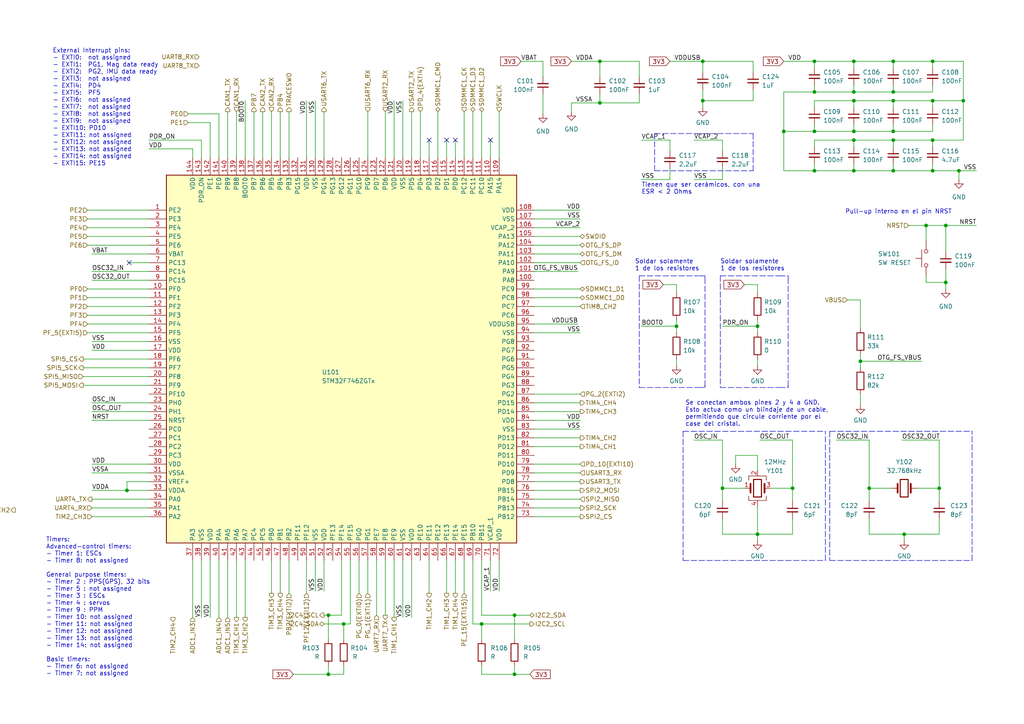
<source format=kicad_sch>
(kicad_sch (version 20211123) (generator eeschema)
  (paper "A4")
  (junction (at 270.51 40.64))
  (junction (at 173.99 29.845))
  (junction (at 274.32 65.405))
  (junction (at 219.71 94.615))
  (junction (at 149.225 178.435))
  (junction (at 279.4 29.21))
  (junction (at 259.08 26.67))
  (junction (at 236.22 38.1))
  (junction (at 274.32 81.915))
  (junction (at 236.22 49.53))
  (junction (at 268.605 65.405))
  (junction (at 196.215 94.615))
  (junction (at 209.55 141.605))
  (junction (at 139.7 180.975))
  (junction (at 247.65 49.53))
  (junction (at 95.25 195.58))
  (junction (at 229.87 141.605))
  (junction (at 247.65 29.21))
  (junction (at 270.51 49.53))
  (junction (at 236.22 17.78))
  (junction (at 272.415 141.605))
  (junction (at 278.13 49.53))
  (junction (at 95.25 178.435))
  (junction (at 247.65 40.64))
  (junction (at 259.08 49.53))
  (junction (at 259.08 17.78))
  (junction (at 149.225 195.58))
  (junction (at 219.71 154.94))
  (junction (at 270.51 29.21))
  (junction (at 173.99 17.78))
  (junction (at 259.08 40.64))
  (junction (at 270.51 17.78))
  (junction (at 236.22 26.67))
  (junction (at 36.83 142.24))
  (junction (at 227.33 38.1))
  (junction (at 247.65 26.67))
  (junction (at 252.095 141.605))
  (junction (at 99.695 180.975))
  (junction (at 249.555 104.775))
  (junction (at 203.835 29.21))
  (junction (at 203.835 17.78))
  (junction (at 247.65 17.78))
  (junction (at 247.65 38.1))
  (junction (at 259.08 29.21))
  (junction (at 259.08 38.1))
  (junction (at 262.255 154.94))
  (no_connect (at 132.08 40.64))
  (no_connect (at 37.465 76.2))
  (no_connect (at 129.54 40.64))
  (no_connect (at 124.46 40.64))
  (no_connect (at 142.24 40.64))
  (wire (pts (xy 26.67 119.38) (xy 43.18 119.38)))
  (wire (pts (xy 134.62 162.56) (xy 134.62 172.085)))
  (wire (pts (xy 229.87 150.495) (xy 229.87 154.94)))
  (wire (pts (xy 93.98 178.435) (xy 95.25 178.435)))
  (wire (pts (xy 186.055 94.615) (xy 196.215 94.615)))
  (wire (pts (xy 270.51 49.53) (xy 270.51 47.625)))
  (wire (pts (xy 139.7 180.975) (xy 139.7 185.42)))
  (wire (pts (xy 76.2 45.72) (xy 76.2 32.385)))
  (wire (pts (xy 247.65 26.67) (xy 247.65 24.765)))
  (wire (pts (xy 25.4 66.04) (xy 43.18 66.04)))
  (polyline (pts (xy 185.42 112.395) (xy 202.565 112.395)))
  (wire (pts (xy 279.4 29.21) (xy 270.51 29.21)))
  (polyline (pts (xy 198.12 125.095) (xy 198.12 162.56)))
  (wire (pts (xy 88.9 29.21) (xy 88.9 45.72)))
  (wire (pts (xy 154.94 142.24) (xy 168.275 142.24)))
  (wire (pts (xy 270.51 17.78) (xy 270.51 19.685)))
  (wire (pts (xy 220.345 127.635) (xy 229.87 127.635)))
  (wire (pts (xy 25.4 93.98) (xy 43.18 93.98)))
  (wire (pts (xy 139.7 195.58) (xy 149.225 195.58)))
  (wire (pts (xy 173.99 27.305) (xy 173.99 29.845)))
  (wire (pts (xy 196.215 94.615) (xy 196.215 96.52)))
  (wire (pts (xy 104.14 162.56) (xy 104.14 172.085)))
  (wire (pts (xy 139.7 178.435) (xy 149.225 178.435)))
  (wire (pts (xy 186.055 40.64) (xy 194.31 40.64)))
  (wire (pts (xy 203.835 26.035) (xy 203.835 29.21)))
  (wire (pts (xy 154.94 134.62) (xy 168.275 134.62)))
  (polyline (pts (xy 240.665 125.095) (xy 281.94 125.095)))
  (wire (pts (xy 268.605 65.405) (xy 268.605 69.85)))
  (wire (pts (xy 272.415 145.415) (xy 272.415 141.605)))
  (wire (pts (xy 91.44 29.21) (xy 91.44 45.72)))
  (polyline (pts (xy 204.47 112.395) (xy 204.47 111.76)))
  (wire (pts (xy 83.82 162.56) (xy 83.82 172.085)))
  (wire (pts (xy 93.98 162.56) (xy 93.98 171.45)))
  (wire (pts (xy 99.695 195.58) (xy 95.25 195.58)))
  (wire (pts (xy 186.055 52.07) (xy 194.31 52.07)))
  (wire (pts (xy 116.84 29.21) (xy 116.84 45.72)))
  (wire (pts (xy 25.4 60.96) (xy 43.18 60.96)))
  (wire (pts (xy 58.42 179.07) (xy 58.42 162.56)))
  (wire (pts (xy 259.08 17.78) (xy 270.51 17.78)))
  (wire (pts (xy 149.225 178.435) (xy 149.225 185.42)))
  (wire (pts (xy 247.65 36.195) (xy 247.65 38.1)))
  (wire (pts (xy 227.33 17.78) (xy 236.22 17.78)))
  (wire (pts (xy 203.835 29.21) (xy 203.835 31.115)))
  (wire (pts (xy 66.04 45.72) (xy 66.04 32.385)))
  (polyline (pts (xy 198.12 162.56) (xy 239.395 162.56)))
  (wire (pts (xy 154.94 119.38) (xy 168.275 119.38)))
  (wire (pts (xy 154.94 116.84) (xy 168.275 116.84)))
  (wire (pts (xy 154.94 121.92) (xy 168.275 121.92)))
  (wire (pts (xy 218.44 17.78) (xy 218.44 20.955)))
  (wire (pts (xy 247.65 17.78) (xy 247.65 19.685)))
  (wire (pts (xy 154.94 88.9) (xy 168.275 88.9)))
  (wire (pts (xy 196.215 82.55) (xy 196.215 85.09)))
  (wire (pts (xy 142.24 162.56) (xy 142.24 171.45)))
  (wire (pts (xy 236.22 40.64) (xy 247.65 40.64)))
  (wire (pts (xy 24.13 111.76) (xy 43.18 111.76)))
  (wire (pts (xy 139.7 178.435) (xy 139.7 162.56)))
  (wire (pts (xy 236.22 17.78) (xy 247.65 17.78)))
  (wire (pts (xy 137.16 45.72) (xy 137.16 32.385)))
  (wire (pts (xy 259.08 26.67) (xy 270.51 26.67)))
  (wire (pts (xy 88.9 162.56) (xy 88.9 172.085)))
  (wire (pts (xy 274.32 81.915) (xy 274.32 83.82)))
  (wire (pts (xy 144.78 45.72) (xy 144.78 32.385)))
  (wire (pts (xy 111.76 45.72) (xy 111.76 32.385)))
  (wire (pts (xy 278.13 49.53) (xy 283.21 49.53)))
  (wire (pts (xy 247.65 40.64) (xy 247.65 42.545)))
  (wire (pts (xy 236.22 49.53) (xy 247.65 49.53)))
  (wire (pts (xy 259.08 40.64) (xy 259.08 42.545)))
  (wire (pts (xy 36.83 139.7) (xy 36.83 142.24)))
  (wire (pts (xy 201.295 40.64) (xy 209.55 40.64)))
  (wire (pts (xy 252.095 150.495) (xy 252.095 154.94)))
  (wire (pts (xy 270.51 29.21) (xy 270.51 31.115)))
  (wire (pts (xy 259.08 29.21) (xy 259.08 31.115)))
  (wire (pts (xy 25.4 86.36) (xy 43.18 86.36)))
  (wire (pts (xy 259.08 49.53) (xy 270.51 49.53)))
  (wire (pts (xy 71.12 45.72) (xy 71.12 29.21)))
  (wire (pts (xy 247.65 29.21) (xy 259.08 29.21)))
  (wire (pts (xy 154.94 76.2) (xy 168.275 76.2)))
  (wire (pts (xy 73.66 45.72) (xy 73.66 32.385)))
  (wire (pts (xy 68.58 45.72) (xy 68.58 32.385)))
  (wire (pts (xy 26.67 121.92) (xy 43.18 121.92)))
  (wire (pts (xy 236.22 49.53) (xy 227.33 49.53)))
  (wire (pts (xy 78.74 162.56) (xy 78.74 172.085)))
  (wire (pts (xy 78.74 45.72) (xy 78.74 32.385)))
  (wire (pts (xy 154.94 63.5) (xy 168.275 63.5)))
  (wire (pts (xy 60.96 179.07) (xy 60.96 162.56)))
  (wire (pts (xy 173.99 29.845) (xy 185.42 29.845)))
  (wire (pts (xy 213.36 132.08) (xy 213.36 134.62)))
  (polyline (pts (xy 226.06 112.395) (xy 228.6 112.395)))
  (polyline (pts (xy 218.44 49.53) (xy 218.44 38.735)))
  (wire (pts (xy 26.67 81.28) (xy 43.18 81.28)))
  (wire (pts (xy 219.71 136.525) (xy 219.71 132.08)))
  (wire (pts (xy 101.6 162.56) (xy 101.6 180.975)))
  (wire (pts (xy 154.94 68.58) (xy 168.275 68.58)))
  (wire (pts (xy 279.4 17.78) (xy 279.4 29.21)))
  (polyline (pts (xy 228.6 80.01) (xy 228.6 80.645)))
  (wire (pts (xy 263.525 65.405) (xy 268.605 65.405)))
  (wire (pts (xy 279.4 40.64) (xy 279.4 29.21)))
  (wire (pts (xy 173.99 22.225) (xy 173.99 17.78)))
  (wire (pts (xy 81.28 45.72) (xy 81.28 32.385)))
  (wire (pts (xy 109.22 178.435) (xy 109.22 162.56)))
  (wire (pts (xy 278.13 49.53) (xy 278.13 52.07)))
  (wire (pts (xy 154.94 124.46) (xy 168.275 124.46)))
  (wire (pts (xy 43.18 43.18) (xy 55.88 43.18)))
  (wire (pts (xy 71.12 162.56) (xy 71.12 179.07)))
  (wire (pts (xy 194.31 17.78) (xy 203.835 17.78)))
  (wire (pts (xy 219.71 104.14) (xy 219.71 106.045)))
  (polyline (pts (xy 240.665 162.56) (xy 281.94 162.56)))
  (wire (pts (xy 154.94 86.36) (xy 168.275 86.36)))
  (wire (pts (xy 209.55 150.495) (xy 209.55 154.94)))
  (wire (pts (xy 26.67 147.32) (xy 43.18 147.32)))
  (wire (pts (xy 196.215 92.71) (xy 196.215 94.615)))
  (wire (pts (xy 247.65 40.64) (xy 259.08 40.64)))
  (wire (pts (xy 25.4 71.12) (xy 43.18 71.12)))
  (wire (pts (xy 270.51 38.1) (xy 270.51 36.195)))
  (wire (pts (xy 139.7 45.72) (xy 139.7 32.385)))
  (wire (pts (xy 26.67 73.66) (xy 43.18 73.66)))
  (polyline (pts (xy 228.6 80.645) (xy 228.6 112.395)))
  (wire (pts (xy 36.83 142.24) (xy 43.18 142.24)))
  (polyline (pts (xy 204.47 80.645) (xy 204.47 112.395)))
  (wire (pts (xy 261.62 127.635) (xy 272.415 127.635)))
  (wire (pts (xy 209.55 94.615) (xy 219.71 94.615)))
  (wire (pts (xy 268.605 80.01) (xy 268.605 81.915)))
  (wire (pts (xy 95.25 178.435) (xy 99.06 178.435)))
  (wire (pts (xy 83.82 45.72) (xy 83.82 32.385)))
  (wire (pts (xy 119.38 179.07) (xy 119.38 162.56)))
  (wire (pts (xy 270.51 26.67) (xy 270.51 24.765)))
  (wire (pts (xy 236.22 29.21) (xy 247.65 29.21)))
  (wire (pts (xy 236.22 26.67) (xy 247.65 26.67)))
  (wire (pts (xy 270.51 40.64) (xy 270.51 42.545)))
  (wire (pts (xy 236.22 24.765) (xy 236.22 26.67)))
  (wire (pts (xy 247.65 38.1) (xy 259.08 38.1)))
  (wire (pts (xy 99.695 193.04) (xy 99.695 195.58)))
  (wire (pts (xy 215.9 82.55) (xy 219.71 82.55)))
  (wire (pts (xy 236.22 47.625) (xy 236.22 49.53)))
  (wire (pts (xy 157.48 17.78) (xy 157.48 22.225)))
  (wire (pts (xy 60.96 35.56) (xy 60.96 45.72)))
  (wire (pts (xy 245.745 86.995) (xy 249.555 86.995)))
  (wire (pts (xy 227.33 26.67) (xy 227.33 38.1)))
  (wire (pts (xy 185.42 29.845) (xy 185.42 27.305)))
  (wire (pts (xy 259.08 36.195) (xy 259.08 38.1)))
  (wire (pts (xy 247.65 17.78) (xy 259.08 17.78)))
  (wire (pts (xy 252.095 154.94) (xy 262.255 154.94)))
  (wire (pts (xy 227.33 26.67) (xy 236.22 26.67)))
  (wire (pts (xy 259.08 38.1) (xy 270.51 38.1)))
  (wire (pts (xy 209.55 48.895) (xy 209.55 52.07)))
  (wire (pts (xy 144.78 162.56) (xy 144.78 171.45)))
  (wire (pts (xy 262.255 154.94) (xy 272.415 154.94)))
  (wire (pts (xy 203.835 17.78) (xy 218.44 17.78)))
  (wire (pts (xy 43.18 139.7) (xy 36.83 139.7)))
  (wire (pts (xy 185.42 17.78) (xy 185.42 22.225)))
  (wire (pts (xy 68.58 162.56) (xy 68.58 179.07)))
  (wire (pts (xy 236.22 38.1) (xy 247.65 38.1)))
  (wire (pts (xy 258.445 141.605) (xy 252.095 141.605)))
  (wire (pts (xy 26.67 144.78) (xy 43.18 144.78)))
  (wire (pts (xy 26.67 99.06) (xy 43.18 99.06)))
  (wire (pts (xy 154.94 114.3) (xy 168.275 114.3)))
  (wire (pts (xy 26.67 137.16) (xy 43.18 137.16)))
  (wire (pts (xy 209.55 127.635) (xy 209.55 141.605)))
  (wire (pts (xy 154.94 96.52) (xy 168.275 96.52)))
  (wire (pts (xy 139.7 180.975) (xy 153.67 180.975)))
  (wire (pts (xy 43.18 40.64) (xy 58.42 40.64)))
  (wire (pts (xy 154.94 149.86) (xy 168.275 149.86)))
  (wire (pts (xy 106.68 162.56) (xy 106.68 172.085)))
  (wire (pts (xy 154.94 78.74) (xy 167.64 78.74)))
  (wire (pts (xy 229.87 145.415) (xy 229.87 141.605)))
  (polyline (pts (xy 189.865 38.735) (xy 189.865 49.53)))
  (wire (pts (xy 95.25 178.435) (xy 95.25 185.42)))
  (polyline (pts (xy 228.6 112.395) (xy 228.6 111.76)))
  (wire (pts (xy 259.08 26.67) (xy 259.08 24.765)))
  (wire (pts (xy 124.46 162.56) (xy 124.46 172.085)))
  (polyline (pts (xy 208.915 112.395) (xy 226.06 112.395)))
  (wire (pts (xy 91.44 162.56) (xy 91.44 171.45)))
  (wire (pts (xy 272.415 127.635) (xy 272.415 141.605)))
  (wire (pts (xy 127 45.72) (xy 127 32.385)))
  (wire (pts (xy 114.3 162.56) (xy 114.3 179.07)))
  (wire (pts (xy 149.225 195.58) (xy 153.67 195.58)))
  (wire (pts (xy 247.65 49.53) (xy 259.08 49.53)))
  (wire (pts (xy 111.76 178.435) (xy 111.76 162.56)))
  (wire (pts (xy 249.555 95.25) (xy 249.555 86.995)))
  (wire (pts (xy 85.09 195.58) (xy 95.25 195.58)))
  (wire (pts (xy 247.65 29.21) (xy 247.65 31.115)))
  (wire (pts (xy 272.415 150.495) (xy 272.415 154.94)))
  (polyline (pts (xy 189.865 38.735) (xy 218.44 38.735)))
  (wire (pts (xy 209.55 141.605) (xy 209.55 145.415)))
  (wire (pts (xy 129.54 162.56) (xy 129.54 172.085)))
  (wire (pts (xy 132.08 40.64) (xy 132.08 45.72)))
  (polyline (pts (xy 204.47 80.01) (xy 202.565 80.01)))
  (wire (pts (xy 149.225 178.435) (xy 153.67 178.435)))
  (wire (pts (xy 229.87 141.605) (xy 223.52 141.605)))
  (wire (pts (xy 259.08 47.625) (xy 259.08 49.53)))
  (wire (pts (xy 26.67 142.24) (xy 36.83 142.24)))
  (wire (pts (xy 229.87 127.635) (xy 229.87 141.605)))
  (wire (pts (xy 25.4 91.44) (xy 43.18 91.44)))
  (wire (pts (xy 236.22 36.195) (xy 236.22 38.1)))
  (wire (pts (xy 154.94 147.32) (xy 168.275 147.32)))
  (wire (pts (xy 247.65 26.67) (xy 259.08 26.67)))
  (wire (pts (xy 55.88 179.07) (xy 55.88 162.56)))
  (wire (pts (xy 154.94 60.96) (xy 168.275 60.96)))
  (wire (pts (xy 252.095 127.635) (xy 252.095 141.605)))
  (wire (pts (xy 54.61 35.56) (xy 60.96 35.56)))
  (wire (pts (xy 157.48 27.305) (xy 157.48 33.02)))
  (wire (pts (xy 219.71 94.615) (xy 219.71 96.52)))
  (wire (pts (xy 154.94 83.82) (xy 168.275 83.82)))
  (wire (pts (xy 63.5 45.72) (xy 63.5 33.02)))
  (wire (pts (xy 26.67 116.84) (xy 43.18 116.84)))
  (wire (pts (xy 252.095 141.605) (xy 252.095 145.415)))
  (wire (pts (xy 154.94 129.54) (xy 168.275 129.54)))
  (wire (pts (xy 274.32 65.405) (xy 274.32 73.025)))
  (polyline (pts (xy 189.865 49.53) (xy 218.44 49.53)))
  (wire (pts (xy 142.24 40.64) (xy 142.24 45.72)))
  (wire (pts (xy 219.71 82.55) (xy 219.71 85.09)))
  (wire (pts (xy 194.31 40.64) (xy 194.31 43.815)))
  (wire (pts (xy 24.13 109.22) (xy 43.18 109.22)))
  (wire (pts (xy 192.405 82.55) (xy 196.215 82.55)))
  (wire (pts (xy 249.555 104.775) (xy 267.335 104.775)))
  (wire (pts (xy 58.42 40.64) (xy 58.42 45.72)))
  (wire (pts (xy 137.16 180.975) (xy 139.7 180.975)))
  (wire (pts (xy 201.295 127.635) (xy 209.55 127.635)))
  (wire (pts (xy 154.94 71.12) (xy 168.275 71.12)))
  (wire (pts (xy 249.555 104.775) (xy 249.555 106.68)))
  (wire (pts (xy 26.67 149.86) (xy 43.18 149.86)))
  (wire (pts (xy 25.4 88.9) (xy 43.18 88.9)))
  (polyline (pts (xy 202.565 112.395) (xy 204.47 112.395)))
  (wire (pts (xy 247.65 47.625) (xy 247.65 49.53)))
  (wire (pts (xy 268.605 65.405) (xy 274.32 65.405)))
  (wire (pts (xy 93.98 45.72) (xy 93.98 32.385)))
  (wire (pts (xy 154.94 139.7) (xy 168.275 139.7)))
  (wire (pts (xy 196.215 104.14) (xy 196.215 106.045)))
  (wire (pts (xy 270.51 40.64) (xy 279.4 40.64)))
  (wire (pts (xy 165.735 32.385) (xy 165.735 29.845)))
  (wire (pts (xy 25.4 68.58) (xy 43.18 68.58)))
  (wire (pts (xy 165.735 29.845) (xy 173.99 29.845)))
  (wire (pts (xy 270.51 49.53) (xy 278.13 49.53)))
  (wire (pts (xy 124.46 40.64) (xy 124.46 45.72)))
  (polyline (pts (xy 281.94 162.56) (xy 281.94 125.095)))
  (wire (pts (xy 154.94 144.78) (xy 168.275 144.78)))
  (wire (pts (xy 132.08 162.56) (xy 132.08 172.085)))
  (wire (pts (xy 218.44 29.21) (xy 218.44 26.035)))
  (wire (pts (xy 173.99 17.78) (xy 185.42 17.78)))
  (wire (pts (xy 274.32 78.105) (xy 274.32 81.915)))
  (wire (pts (xy 194.31 48.895) (xy 194.31 52.07)))
  (wire (pts (xy 63.5 179.07) (xy 63.5 162.56)))
  (wire (pts (xy 25.4 83.82) (xy 43.18 83.82)))
  (wire (pts (xy 203.835 17.78) (xy 203.835 20.955)))
  (wire (pts (xy 151.13 17.78) (xy 157.48 17.78)))
  (wire (pts (xy 116.84 179.07) (xy 116.84 162.56)))
  (wire (pts (xy 249.555 114.3) (xy 249.555 117.475)))
  (wire (pts (xy 55.88 43.18) (xy 55.88 45.72)))
  (wire (pts (xy 219.71 92.71) (xy 219.71 94.615)))
  (wire (pts (xy 236.22 31.115) (xy 236.22 29.21)))
  (wire (pts (xy 63.5 33.02) (xy 54.61 33.02)))
  (wire (pts (xy 99.06 162.56) (xy 99.06 178.435)))
  (wire (pts (xy 215.9 141.605) (xy 209.55 141.605)))
  (wire (pts (xy 259.08 17.78) (xy 259.08 19.685)))
  (wire (pts (xy 272.415 141.605) (xy 266.065 141.605)))
  (wire (pts (xy 249.555 102.87) (xy 249.555 104.775)))
  (wire (pts (xy 227.33 38.1) (xy 227.33 49.53)))
  (wire (pts (xy 99.695 180.975) (xy 101.6 180.975)))
  (polyline (pts (xy 240.665 125.095) (xy 240.665 162.56)))
  (wire (pts (xy 219.71 146.685) (xy 219.71 154.94)))
  (wire (pts (xy 99.695 180.975) (xy 99.695 185.42)))
  (wire (pts (xy 262.255 154.94) (xy 262.255 156.845)))
  (wire (pts (xy 81.28 162.56) (xy 81.28 172.085)))
  (wire (pts (xy 236.22 19.685) (xy 236.22 17.78)))
  (wire (pts (xy 219.71 154.94) (xy 219.71 156.845)))
  (wire (pts (xy 154.94 137.16) (xy 168.275 137.16)))
  (wire (pts (xy 26.67 101.6) (xy 43.18 101.6)))
  (wire (pts (xy 37.465 76.2) (xy 43.18 76.2)))
  (wire (pts (xy 203.835 29.21) (xy 218.44 29.21)))
  (wire (pts (xy 149.225 193.04) (xy 149.225 195.58)))
  (wire (pts (xy 43.18 78.74) (xy 26.67 78.74)))
  (polyline (pts (xy 226.06 80.01) (xy 228.6 80.01)))
  (wire (pts (xy 219.71 154.94) (xy 229.87 154.94)))
  (wire (pts (xy 137.16 162.56) (xy 137.16 180.975)))
  (wire (pts (xy 24.13 106.68) (xy 43.18 106.68)))
  (wire (pts (xy 134.62 45.72) (xy 134.62 32.385)))
  (wire (pts (xy 259.08 40.64) (xy 270.51 40.64)))
  (polyline (pts (xy 208.915 80.01) (xy 208.915 112.395)))
  (wire (pts (xy 268.605 81.915) (xy 274.32 81.915)))
  (wire (pts (xy 26.67 134.62) (xy 43.18 134.62)))
  (wire (pts (xy 106.68 45.72) (xy 106.68 32.385)))
  (wire (pts (xy 259.08 29.21) (xy 270.51 29.21)))
  (wire (pts (xy 227.33 38.1) (xy 236.22 38.1)))
  (wire (pts (xy 242.57 127.635) (xy 252.095 127.635)))
  (wire (pts (xy 274.32 65.405) (xy 283.21 65.405)))
  (wire (pts (xy 154.94 93.98) (xy 167.64 93.98)))
  (wire (pts (xy 154.94 73.66) (xy 168.275 73.66)))
  (wire (pts (xy 25.4 63.5) (xy 43.18 63.5)))
  (wire (pts (xy 129.54 40.64) (xy 129.54 45.72)))
  (polyline (pts (xy 198.12 125.095) (xy 239.395 125.095)))
  (wire (pts (xy 121.92 45.72) (xy 121.92 32.385)))
  (wire (pts (xy 154.94 66.04) (xy 168.275 66.04)))
  (wire (pts (xy 201.295 52.07) (xy 209.55 52.07)))
  (wire (pts (xy 95.25 193.04) (xy 95.25 195.58)))
  (wire (pts (xy 270.51 17.78) (xy 279.4 17.78)))
  (wire (pts (xy 236.22 42.545) (xy 236.22 40.64)))
  (wire (pts (xy 154.94 127) (xy 168.275 127)))
  (wire (pts (xy 66.04 179.07) (xy 66.04 162.56)))
  (wire (pts (xy 25.4 96.52) (xy 43.18 96.52)))
  (wire (pts (xy 119.38 45.72) (xy 119.38 32.385)))
  (polyline (pts (xy 185.42 80.01) (xy 185.42 112.395)))
  (polyline (pts (xy 208.915 80.01) (xy 226.06 80.01)))
  (wire (pts (xy 139.7 193.04) (xy 139.7 195.58)))
  (wire (pts (xy 93.98 180.975) (xy 99.695 180.975)))
  (wire (pts (xy 209.55 40.64) (xy 209.55 43.815)))
  (wire (pts (xy 165.735 17.78) (xy 173.99 17.78)))
  (wire (pts (xy 24.13 104.14) (xy 43.18 104.14)))
  (wire (pts (xy 114.3 29.21) (xy 114.3 45.72)))
  (wire (pts (xy 209.55 154.94) (xy 219.71 154.94)))
  (wire (pts (xy 219.71 132.08) (xy 213.36 132.08)))
  (polyline (pts (xy 239.395 162.56) (xy 239.395 125.095)))
  (polyline (pts (xy 204.47 80.645) (xy 204.47 80.01)))
  (polyline (pts (xy 185.42 80.01) (xy 202.565 80.01)))
  (text "Soldar solamente\n1 de los resistores" (at 184.15 78.74 0) (effects (font (size 1.27 1.27)) (justify left bottom)))
  (text "Se conectan ambos pines 2 y 4 a GND.\nEsto actua como un blindaje de un cable,\npermitiendo que circule corriente por el\ncase del cristal." (at 198.755 123.825 0) (effects (font (size 1.27 1.27)) (justify left bottom)))
  (text "External Interrupt pins:\n- EXTI0:  not assigned\n- EXTI1:  PG1, Mag data ready\n- EXTI2:  PG2, IMU data ready\n- EXTI3:  not assigned\n- EXTI4:  PD4\n- EXTI5:  PF5\n- EXTI6:  not assigned\n- EXTI7:  not assigned\n- EXTI8:  not assigned\n- EXTI9:  not assigned\n- EXTI10: PD10\n- EXTI11: not assigned\n- EXTI12: not assigned\n- EXTI13: not assigned\n- EXTI14: not assigned\n- EXTI15: PE15" (at 15.24 48.26 0) (effects (font (size 1.27 1.27)) (justify left bottom)))
  (text "Soldar solamente\n1 de los resistores" (at 208.915 78.74 0) (effects (font (size 1.27 1.27)) (justify left bottom)))
  (text "Pull-up interno en el pin NRST" (at 245.11 62.23 0) (effects (font (size 1.27 1.27)) (justify left bottom)))
  (text "Tienen que ser cerámicos, con una \nESR < 2 Ohms" (at 186.055 56.515 0) (effects (font (size 1.27 1.27)) (justify left bottom)))
  (text "Timers:\nAdvanced-control timers:\n- Timer 1: ESCs\n- Timer 8: not assigned\n\nGeneral purpose timers:\n- Timer 2 : PPS(GPS), 32 bits\n- Timer 5 : not assigned\n- Timer 3 : ESCs\n- Timer 4 : servos\n- Timer 9 : PPM\n- Timer 10: not assigned\n- Timer 11: not assigned\n- Timer 12: not assigned\n- Timer 13: not assigned\n- Timer 14: not assigned\n\nBasic timers:\n- Timer 6: not assigned\n- Timer 7: not assigned" (at 13.335 196.215 0) (effects (font (size 1.27 1.27)) (justify left bottom)))
  (label "VDD" (at 88.9 29.21 270))
  (label "VSSA" (at 26.67 137.16 0))
  (label "VSS" (at 116.84 179.07 90))
  (label "VDDA" (at 167.005 17.78 0))
  (label "VDDUSB" (at 195.58 17.78 0))
  (label "VSS" (at 58.42 179.07 90))
  (label "VSS" (at 26.67 99.06 0))
  (label "OTG_FS_VBUS" (at 167.64 78.74 180))
  (label "VCAP_2" (at 168.275 66.04 180))
  (label "VDD" (at 232.41 17.78 180))
  (label "VBAT" (at 151.13 17.78 0))
  (label "VSS" (at 168.275 63.5 180))
  (label "VDD" (at 26.67 134.62 0))
  (label "VDD" (at 144.78 171.45 90))
  (label "VDD" (at 168.275 121.92 180))
  (label "VDD" (at 168.275 60.96 180))
  (label "VSS" (at 168.275 96.52 180))
  (label "VCAP_1" (at 142.24 171.45 90))
  (label "VSS" (at 201.295 52.07 0))
  (label "VSSA" (at 167.005 29.845 0))
  (label "VSS" (at 168.275 124.46 180))
  (label "OSC_OUT" (at 26.67 119.38 0))
  (label "VDD" (at 43.18 43.18 0))
  (label "VBAT" (at 26.67 73.66 0))
  (label "OTG_FS_VBUS" (at 267.335 104.775 180))
  (label "VDD" (at 114.3 29.21 270))
  (label "OSC32_IN" (at 26.67 78.74 0))
  (label "VSS" (at 116.84 29.21 270))
  (label "VCAP_2" (at 201.295 40.64 0))
  (label "VDD" (at 119.38 179.07 90))
  (label "OSC32_OUT" (at 26.67 81.28 0))
  (label "VDDA" (at 26.67 142.24 0))
  (label "OSC_IN" (at 201.295 127.635 0))
  (label "NRST" (at 283.21 65.405 180))
  (label "PDR_ON" (at 43.18 40.64 0))
  (label "VSS" (at 91.44 29.21 270))
  (label "OSC_OUT" (at 220.345 127.635 0))
  (label "VDD" (at 93.98 171.45 90))
  (label "VSS" (at 283.21 49.53 180))
  (label "VDD" (at 26.67 101.6 0))
  (label "VDDUSB" (at 167.64 93.98 180))
  (label "VDD" (at 60.96 179.07 90))
  (label "NRST" (at 26.67 121.92 0))
  (label "VSS" (at 91.44 171.45 90))
  (label "VSS" (at 186.055 52.07 0))
  (label "BOOT0" (at 71.12 29.21 270))
  (label "OSC32_IN" (at 242.57 127.635 0))
  (label "BOOT0" (at 186.055 94.615 0))
  (label "PDR_ON" (at 209.55 94.615 0))
  (label "OSC_IN" (at 26.67 116.84 0))
  (label "VCAP_1" (at 186.055 40.64 0))
  (label "OSC32_OUT" (at 261.62 127.635 0))
  (global_label "3V3" (shape input) (at 227.33 17.78 180) (property "Intersheet References" "${INTERSHEET_REFS}" (effects hide)))
  (global_label "3V3" (shape input) (at 215.9 82.55 180) (property "Intersheet References" "${INTERSHEET_REFS}" (effects hide)))
  (global_label "3V3" (shape input) (at 151.13 17.78 180) (property "Intersheet References" "${INTERSHEET_REFS}" (effects hide)))
  (global_label "3V3" (shape input) (at 192.405 82.55 180) (property "Intersheet References" "${INTERSHEET_REFS}" (effects hide)))
  (global_label "3V3" (shape input) (at 165.735 17.78 180) (property "Intersheet References" "${INTERSHEET_REFS}" (effects hide)))
  (global_label "3V3" (shape input) (at 85.09 195.58 180) (property "Intersheet References" "${INTERSHEET_REFS}" (effects hide)))
  (global_label "3V3" (shape input) (at 194.31 17.78 180) (property "Intersheet References" "${INTERSHEET_REFS}" (effects hide)))
  (global_label "3V3" (shape input) (at 153.67 195.58 0) (property "Intersheet References" "${INTERSHEET_REFS}" (effects hide)))
  (hierarchical_label "USART3_RX" (shape input) (at 168.275 137.16 0))
  (hierarchical_label "PE1" (shape input) (at 54.61 35.56 180))
  (hierarchical_label "PF0" (shape input) (at 25.4 83.82 180))
  (hierarchical_label "SWDIO" (shape bidirectional) (at 168.275 68.58 0))
  (hierarchical_label "PF2" (shape input) (at 25.4 88.9 180))
  (hierarchical_label "PE0" (shape input) (at 54.61 33.02 180))
  (hierarchical_label "UART8_RX" (shape input) (at 57.785 16.51 180))
  (hierarchical_label "SPI2_SCK" (shape output) (at 168.275 147.32 0))
  (hierarchical_label "SPI5_CS" (shape output) (at 24.13 104.14 180))
  (hierarchical_label "CAN1_TX" (shape output) (at 66.04 32.385 90))
  (hierarchical_label "PB2(EXTI2)" (shape input) (at 83.82 172.085 270))
  (hierarchical_label "TIM3_CH4" (shape output) (at 81.28 172.085 270))
  (hierarchical_label "TIM3_CH1" (shape output) (at 68.58 179.07 270))
  (hierarchical_label "ADC1_IN3" (shape input) (at 55.88 179.07 270))
  (hierarchical_label "SDMMC1_CMD" (shape bidirectional) (at 127 32.385 90))
  (hierarchical_label "ADC1_IN5" (shape input) (at 66.04 179.07 270))
  (hierarchical_label "TIM2_CH1" (shape input) (at -15.24 168.91 270))
  (hierarchical_label "PG_0(EXTI0)" (shape input) (at 104.14 172.085 270))
  (hierarchical_label "TIM1_CH2" (shape output) (at 124.46 172.085 270))
  (hierarchical_label "SPI2_MISO" (shape input) (at 168.275 144.78 0))
  (hierarchical_label "SPI5_SCK" (shape output) (at 24.13 106.68 180))
  (hierarchical_label "PF3" (shape input) (at 25.4 91.44 180))
  (hierarchical_label "OTG_FS_ID" (shape input) (at 168.275 76.2 0))
  (hierarchical_label "TIM3_CH2" (shape output) (at 71.12 179.07 270))
  (hierarchical_label "TIM4_CH2" (shape output) (at 168.275 127 0))
  (hierarchical_label "USART2_TX" (shape output) (at 119.38 32.385 90))
  (hierarchical_label "SPI2_MOSI" (shape output) (at 168.275 142.24 0))
  (hierarchical_label "TIM2_CH4" (shape output) (at 50.165 179.07 270))
  (hierarchical_label "TIM3_CH3" (shape output) (at 78.74 172.085 270))
  (hierarchical_label "TIM4_CH1" (shape output) (at 168.275 129.54 0))
  (hierarchical_label "USART2_RX" (shape input) (at 111.76 32.385 90))
  (hierarchical_label "PE6" (shape input) (at 25.4 71.12 180))
  (hierarchical_label "PF12(EXTI12)" (shape input) (at 88.9 172.085 270))
  (hierarchical_label "UART8_TX" (shape input) (at 57.785 19.05 180))
  (hierarchical_label "TIM8_CH2" (shape input) (at 168.275 88.9 0))
  (hierarchical_label "TIM4_CH4" (shape output) (at 168.275 116.84 0))
  (hierarchical_label "SPI5_MISO" (shape input) (at 24.13 109.22 180))
  (hierarchical_label "SDMMC1_D0" (shape bidirectional) (at 168.275 86.36 0))
  (hierarchical_label "PD_10(EXTI10)" (shape input) (at 168.275 134.62 0))
  (hierarchical_label "ADC1_IN4" (shape input) (at 63.5 179.07 270))
  (hierarchical_label "PB4" (shape output) (at 81.28 32.385 90))
  (hierarchical_label "OTG_FS_DM" (shape bidirectional) (at 168.275 73.66 0))
  (hierarchical_label "SDMMC1_D2" (shape bidirectional) (at 139.7 32.385 90))
  (hierarchical_label "SDMMC1_D3" (shape bidirectional) (at 137.16 32.385 90))
  (hierarchical_label "CAN1_RX" (shape input) (at 68.58 32.385 90))
  (hierarchical_label "CAN2_RX" (shape input) (at 78.74 32.385 90))
  (hierarchical_label "TIM1_CH1" (shape output) (at 114.3 179.07 270))
  (hierarchical_label "PG_2(EXTI2)" (shape input) (at 168.275 114.3 0))
  (hierarchical_label "PF4" (shape input) (at 25.4 93.98 180))
  (hierarchical_label "TIM1_CH3" (shape output) (at 129.54 172.085 270))
  (hierarchical_label "TRACESWO" (shape output) (at 83.82 32.385 90))
  (hierarchical_label "I2C2_SDA" (shape bidirectional) (at 153.67 178.435 0))
  (hierarchical_label "SDMMC1_D1" (shape bidirectional) (at 168.275 83.82 0))
  (hierarchical_label "SDMMC1_CK" (shape input) (at 134.62 32.385 90))
  (hierarchical_label "PF_5(EXTI5)" (shape input) (at 25.4 96.52 180))
  (hierarchical_label "PF1" (shape input) (at 25.4 86.36 180))
  (hierarchical_label "USART3_TX" (shape output) (at 168.275 139.7 0))
  (hierarchical_label "OTG_FS_DP" (shape bidirectional) (at 168.275 71.12 0))
  (hierarchical_label "PB7" (shape output) (at 73.66 32.385 90))
  (hierarchical_label "PE5" (shape input) (at 25.4 68.58 180))
  (hierarchical_label "UART4_TX" (shape output) (at 26.67 144.78 180))
  (hierarchical_label "USART6_TX" (shape output) (at 93.98 32.385 90))
  (hierarchical_label "CAN2_TX" (shape output) (at 76.2 32.385 90))
  (hierarchical_label "PD_4(EXTI4)" (shape input) (at 121.92 32.385 90))
  (hierarchical_label "PG_1(EXTI1)" (shape input) (at 106.68 172.085 270))
  (hierarchical_label "PE_15(EXTI15)" (shape input) (at 134.62 172.085 270))
  (hierarchical_label "NRST" (shape input) (at 263.525 65.405 180))
  (hierarchical_label "TIM1_CH4" (shape output) (at 132.08 172.085 270))
  (hierarchical_label "I2C2_SCL" (shape output) (at 153.67 180.975 0))
  (hierarchical_label "VBUS" (shape input) (at 245.745 86.995 180))
  (hierarchical_label "PE2" (shape input) (at 25.4 60.96 180))
  (hierarchical_label "PE4" (shape input) (at 25.4 66.04 180))
  (hierarchical_label "TIM2_CH3" (shape input) (at 26.67 149.86 180))
  (hierarchical_label "I2C4_SDA" (shape bidirectional) (at 93.98 180.975 180))
  (hierarchical_label "UART7_RX" (shape input) (at 109.22 178.435 270))
  (hierarchical_label "TIM2_CH2" (shape output) (at 4.445 147.955 180))
  (hierarchical_label "TIM4_CH3" (shape output) (at 168.275 119.38 0))
  (hierarchical_label "I2C4_SCL" (shape output) (at 93.98 178.435 180))
  (hierarchical_label "SPI2_CS" (shape output) (at 168.275 149.86 0))
  (hierarchical_label "SWCLK" (shape input) (at 144.78 32.385 90))
  (hierarchical_label "SPI5_MOSI" (shape output) (at 24.13 111.76 180))
  (hierarchical_label "USART6_RX" (shape input) (at 106.68 32.385 90))
  (hierarchical_label "UART7_TX" (shape output) (at 111.76 178.435 270))
  (hierarchical_label "UART4_RX" (shape input) (at 26.67 147.32 180))
  (hierarchical_label "PE3" (shape input) (at 25.4 63.5 180))
  (symbol (lib_id "Device:R") (at 219.71 88.9 0) (unit 1)
    (property "Reference" "R109" (at 221.615 87.6299 0) (effects (justify left)))
    (property "Value" "10k" (at 221.615 90.1699 0) (effects (justify left)))
    (property "Footprint" "Resistor_SMD:R_0402_1005Metric_Pad0.72x0.64mm_HandSolder" (effects hide))
  )
  (symbol (lib_id "Device:C_Small") (at 236.22 45.085 0) (unit 1)
    (property "Reference" "C113" (at 238.76 43.8212 0) (effects (justify left)))
    (property "Value" "100nF" (at 238.76 46.3612 0) (effects (justify left)))
    (property "Footprint" "Capacitor_SMD:C_0402_1005Metric_Pad0.74x0.62mm_HandSolder" (effects hide))
  )
  (symbol (lib_id "power:GND") (at 203.835 31.115 0) (unit 1)
    (property "Reference" "#PWR0123" (effects hide))
    (property "Value" "GND" (at 203.835 35.56 0))
  )
  (symbol (lib_id "Device:C_Small") (at 209.55 147.955 0) (mirror x) (unit 1)
    (property "Reference" "C120" (at 206.375 146.6785 0) (effects (justify right)))
    (property "Value" "6pF" (at 206.375 149.2185 0) (effects (justify right)))
    (property "Footprint" "Capacitor_SMD:C_0402_1005Metric_Pad0.74x0.62mm_HandSolder" (effects hide))
  )
  (symbol (lib_id "Device:R") (at 249.555 110.49 0) (unit 1)
    (property "Reference" "R112" (at 251.46 109.2199 0) (effects (justify left)))
    (property "Value" "82k" (at 251.46 111.7599 0) (effects (justify left)))
    (property "Footprint" "Resistor_SMD:R_0402_1005Metric_Pad0.72x0.64mm_HandSolder" (effects hide))
  )
  (symbol (lib_id "Device:C_Small") (at 218.44 23.495 0) (unit 1)
    (property "Reference" "C124" (at 220.98 22.2312 0) (effects (justify left)))
    (property "Value" "1uF" (at 220.98 24.7712 0) (effects (justify left)))
    (property "Footprint" "Capacitor_SMD:C_0805_2012Metric_Pad1.18x1.45mm_HandSolder" (effects hide))
  )
  (symbol (lib_id "Device:C_Small") (at 252.095 147.955 0) (mirror x) (unit 1)
    (property "Reference" "C122" (at 248.92 146.6785 0) (effects (justify right)))
    (property "Value" "8pF" (at 248.92 149.2185 0) (effects (justify right)))
    (property "Footprint" "Capacitor_SMD:C_0402_1005Metric_Pad0.74x0.62mm_HandSolder" (effects hide))
  )
  (symbol (lib_id "Device:Crystal") (at 262.255 141.605 0) (unit 1)
    (property "Reference" "Y102" (at 262.255 133.985 0))
    (property "Value" "32.768kHz" (at 262.255 136.525 0))
    (property "Footprint" "ECS-.327-9-34QCS-TR9:ECS-.327-9-34QN-TR" (effects hide))
  )
  (symbol (lib_id "Device:C_Small") (at 270.51 22.225 0) (unit 1)
    (property "Reference" "C108" (at 273.05 20.9612 0) (effects (justify left)))
    (property "Value" "100nF" (at 273.05 23.5012 0) (effects (justify left)))
    (property "Footprint" "Capacitor_SMD:C_0402_1005Metric_Pad0.74x0.62mm_HandSolder" (effects hide))
  )
  (symbol (lib_id "Device:C_Small") (at 247.65 45.085 0) (unit 1)
    (property "Reference" "C114" (at 250.19 43.8212 0) (effects (justify left)))
    (property "Value" "100nF" (at 250.19 46.3612 0) (effects (justify left)))
    (property "Footprint" "Capacitor_SMD:C_0402_1005Metric_Pad0.74x0.62mm_HandSolder" (effects hide))
  )
  (symbol (lib_id "Device:R") (at 95.25 189.23 0) (mirror y) (unit 1)
    (property "Reference" "R103" (at 92.71 187.9599 0) (effects (justify left)))
    (property "Value" "R" (at 92.71 190.4999 0) (effects (justify left)))
    (property "Footprint" "Resistor_SMD:R_0402_1005Metric_Pad0.72x0.64mm_HandSolder" (effects hide))
  )
  (symbol (lib_id "Device:R") (at 196.215 88.9 0) (unit 1)
    (property "Reference" "R107" (at 198.12 87.6299 0) (effects (justify left)))
    (property "Value" "10k" (at 198.12 90.1699 0) (effects (justify left)))
    (property "Footprint" "Resistor_SMD:R_0402_1005Metric_Pad0.72x0.64mm_HandSolder" (effects hide))
  )
  (symbol (lib_id "Device:C_Small") (at 157.48 24.765 0) (mirror x) (unit 1)
    (property "Reference" "C101" (at 154.94 23.4885 0) (effects (justify right)))
    (property "Value" "100nF" (at 154.94 26.0285 0) (effects (justify right)))
    (property "Footprint" "Capacitor_SMD:C_0402_1005Metric_Pad0.74x0.62mm_HandSolder" (effects hide))
  )
  (symbol (lib_id "power:GND") (at 213.36 134.62 0) (unit 1)
    (property "Reference" "#PWR0131" (effects hide))
    (property "Value" "GND" (at 213.36 139.065 0))
  )
  (symbol (lib_id "Device:C_Small") (at 259.08 22.225 0) (unit 1)
    (property "Reference" "C107" (at 261.62 20.9612 0) (effects (justify left)))
    (property "Value" "100nF" (at 261.62 23.5012 0) (effects (justify left)))
    (property "Footprint" "Capacitor_SMD:C_0402_1005Metric_Pad0.74x0.62mm_HandSolder" (effects hide))
  )
  (symbol (lib_id "power:GND") (at 219.71 106.045 0) (unit 1)
    (property "Reference" "#PWR0139" (effects hide))
    (property "Value" "GND" (at 219.71 110.49 0))
  )
  (symbol (lib_id "power:GND") (at 165.735 32.385 0) (unit 1)
    (property "Reference" "#PWR0117" (effects hide))
    (property "Value" "GND" (at 165.735 37.465 0))
  )
  (symbol (lib_id "Device:R") (at 249.555 99.06 0) (unit 1)
    (property "Reference" "R111" (at 251.46 97.7899 0) (effects (justify left)))
    (property "Value" "33k" (at 251.46 100.3299 0) (effects (justify left)))
    (property "Footprint" "Resistor_SMD:R_0402_1005Metric_Pad0.72x0.64mm_HandSolder" (effects hide))
  )
  (symbol (lib_id "power:GND") (at 262.255 156.845 0) (unit 1)
    (property "Reference" "#PWR0130" (effects hide))
    (property "Value" "GND" (at 262.255 161.29 0))
  )
  (symbol (lib_id "Device:Crystal_GND24") (at 219.71 141.605 0) (unit 1)
    (property "Reference" "Y101" (at 224.79 136.525 0))
    (property "Value" "12MHz" (at 224.79 133.985 0))
    (property "Footprint" "ECS-120-8-33Q-RES-TR:XTAL_ECS-120-8-33Q-RES-TR" (effects hide))
  )
  (symbol (lib_id "power:GND") (at 278.13 52.07 0) (unit 1)
    (property "Reference" "#PWR0140" (effects hide))
    (property "Value" "GND" (at 278.13 57.15 0))
  )
  (symbol (lib_id "Device:R") (at 196.215 100.33 0) (unit 1)
    (property "Reference" "R108" (at 198.12 99.0599 0) (effects (justify left)))
    (property "Value" "10k" (at 198.12 101.5999 0) (effects (justify left)))
    (property "Footprint" "Resistor_SMD:R_0402_1005Metric_Pad0.72x0.64mm_HandSolder" (effects hide))
  )
  (symbol (lib_id "STM32F746:STM32F746ZGTx") (at 96.52 109.22 0) (unit 1)
    (property "Reference" "U101" (at 93.345 107.95 0) (effects (justify left)))
    (property "Value" "STM32F746ZGTx" (at 93.345 110.49 0) (effects (justify left)))
    (property "Footprint" "Package_QFP:LQFP-144_20x20mm_P0.5mm" (effects hide))
    (property "Datasheet" "http://www.st.com/st-web-ui/static/active/en/resource/technical/document/datasheet/DM00166116.pdf" (effects hide))
  )
  (symbol (lib_id "Device:C_Small") (at 236.22 22.225 0) (unit 1)
    (property "Reference" "C105" (at 238.76 20.9612 0) (effects (justify left)))
    (property "Value" "100nF" (at 238.76 23.5012 0) (effects (justify left)))
    (property "Footprint" "Capacitor_SMD:C_0402_1005Metric_Pad0.74x0.62mm_HandSolder" (effects hide))
  )
  (symbol (lib_id "Device:R") (at 219.71 100.33 0) (unit 1)
    (property "Reference" "R110" (at 221.615 99.0599 0) (effects (justify left)))
    (property "Value" "0" (at 221.615 101.5999 0) (effects (justify left)))
    (property "Footprint" "Resistor_SMD:R_0402_1005Metric_Pad0.72x0.64mm_HandSolder" (effects hide))
  )
  (symbol (lib_id "Device:C_Small") (at 270.51 45.085 0) (unit 1)
    (property "Reference" "C116" (at 273.05 43.8212 0) (effects (justify left)))
    (property "Value" "4.7uF" (at 273.05 46.3612 0) (effects (justify left)))
    (property "Footprint" "Capacitor_SMD:C_0603_1608Metric_Pad1.08x0.95mm_HandSolder" (effects hide))
  )
  (symbol (lib_id "Device:C_Small") (at 209.55 46.355 0) (unit 1)
    (property "Reference" "C118" (at 212.09 45.0912 0) (effects (justify left)))
    (property "Value" "2.2uF" (at 212.09 47.6312 0) (effects (justify left)))
    (property "Footprint" "Capacitor_SMD:C_0603_1608Metric_Pad1.08x0.95mm_HandSolder" (effects hide))
  )
  (symbol (lib_id "Device:C_Small") (at 194.31 46.355 0) (unit 1)
    (property "Reference" "C117" (at 196.85 45.0912 0) (effects (justify left)))
    (property "Value" "2.2uF" (at 196.85 47.6312 0) (effects (justify left)))
    (property "Footprint" "Capacitor_SMD:C_0603_1608Metric_Pad1.08x0.95mm_HandSolder" (effects hide))
  )
  (symbol (lib_id "Switch:SW_Push") (at 268.605 74.93 90) (unit 1)
    (property "Reference" "SW101" (at 254.635 73.66 90) (effects (justify right)))
    (property "Value" "SW RESET" (at 254.635 76.2 90) (effects (justify right)))
    (property "Footprint" "Button_Switch_SMD:SW_SPST_TL3305A" (effects hide))
  )
  (symbol (lib_id "Device:C_Small") (at 259.08 33.655 0) (unit 1)
    (property "Reference" "C111" (at 261.62 32.3912 0) (effects (justify left)))
    (property "Value" "100nF" (at 261.62 34.9312 0) (effects (justify left)))
    (property "Footprint" "Capacitor_SMD:C_0402_1005Metric_Pad0.74x0.62mm_HandSolder" (effects hide))
  )
  (symbol (lib_id "Device:C_Small") (at 173.99 24.765 0) (unit 1)
    (property "Reference" "C102" (at 176.53 23.5012 0) (effects (justify left)))
    (property "Value" "100nF" (at 176.53 26.0412 0) (effects (justify left)))
    (property "Footprint" "Capacitor_SMD:C_0402_1005Metric_Pad0.74x0.62mm_HandSolder" (effects hide))
  )
  (symbol (lib_id "power:GND") (at 219.71 156.845 0) (unit 1)
    (property "Reference" "#PWR0132" (effects hide))
    (property "Value" "GND" (at 219.71 161.29 0))
  )
  (symbol (lib_id "Device:C_Small") (at 185.42 24.765 0) (unit 1)
    (property "Reference" "C103" (at 187.96 23.5012 0) (effects (justify left)))
    (property "Value" "1uF" (at 187.96 26.0412 0) (effects (justify left)))
    (property "Footprint" "Capacitor_SMD:C_0805_2012Metric_Pad1.18x1.45mm_HandSolder" (effects hide))
  )
  (symbol (lib_id "Device:C_Small") (at 229.87 147.955 0) (unit 1)
    (property "Reference" "C121" (at 233.045 146.6912 0) (effects (justify left)))
    (property "Value" "6pF" (at 233.045 149.2312 0) (effects (justify left)))
    (property "Footprint" "Capacitor_SMD:C_0402_1005Metric_Pad0.74x0.62mm_HandSolder" (effects hide))
  )
  (symbol (lib_id "Device:R") (at 99.695 189.23 0) (unit 1)
    (property "Reference" "R104" (at 101.6 187.96 0) (effects (justify left)))
    (property "Value" "R" (at 102.235 190.4999 0) (effects (justify left)))
    (property "Footprint" "Resistor_SMD:R_0402_1005Metric_Pad0.72x0.64mm_HandSolder" (effects hide))
  )
  (symbol (lib_id "Device:C_Small") (at 247.65 22.225 0) (unit 1)
    (property "Reference" "C106" (at 250.19 20.9612 0) (effects (justify left)))
    (property "Value" "100nF" (at 250.19 23.5012 0) (effects (justify left)))
    (property "Footprint" "Capacitor_SMD:C_0402_1005Metric_Pad0.74x0.62mm_HandSolder" (effects hide))
  )
  (symbol (lib_id "power:GND") (at 249.555 117.475 0) (unit 1)
    (property "Reference" "#PWR0124" (effects hide))
    (property "Value" "GND" (at 249.555 121.92 0))
  )
  (symbol (lib_id "Device:C_Small") (at 274.32 75.565 0) (unit 1)
    (property "Reference" "C119" (at 276.86 74.3012 0) (effects (justify left)))
    (property "Value" "100nF" (at 276.86 76.8412 0) (effects (justify left)))
    (property "Footprint" "Capacitor_SMD:C_0603_1608Metric_Pad1.08x0.95mm_HandSolder" (effects hide))
  )
  (symbol (lib_id "Device:R") (at 139.7 189.23 180) (unit 1)
    (property "Reference" "R106" (at 142.24 187.9599 0) (effects (justify right)))
    (property "Value" "R" (at 142.24 190.4999 0) (effects (justify right)))
    (property "Footprint" "Resistor_SMD:R_0402_1005Metric_Pad0.72x0.64mm_HandSolder" (effects hide))
  )
  (symbol (lib_id "Device:C_Small") (at 203.835 23.495 0) (unit 1)
    (property "Reference" "C104" (at 206.375 22.2312 0) (effects (justify left)))
    (property "Value" "100nF" (at 206.375 24.7712 0) (effects (justify left)))
    (property "Footprint" "Capacitor_SMD:C_0402_1005Metric_Pad0.74x0.62mm_HandSolder" (effects hide))
  )
  (symbol (lib_id "Device:R") (at 149.225 189.23 180) (unit 1)
    (property "Reference" "R105" (at 151.765 187.9599 0) (effects (justify right)))
    (property "Value" "R" (at 151.765 190.4999 0) (effects (justify right)))
    (property "Footprint" "Resistor_SMD:R_0402_1005Metric_Pad0.72x0.64mm_HandSolder" (effects hide))
  )
  (symbol (lib_id "Device:C_Small") (at 259.08 45.085 0) (unit 1)
    (property "Reference" "C115" (at 261.62 43.8212 0) (effects (justify left)))
    (property "Value" "100nF" (at 261.62 46.3612 0) (effects (justify left)))
    (property "Footprint" "Capacitor_SMD:C_0402_1005Metric_Pad0.74x0.62mm_HandSolder" (effects hide))
  )
  (symbol (lib_id "Device:C_Small") (at 247.65 33.655 0) (unit 1)
    (property "Reference" "C110" (at 250.19 32.3912 0) (effects (justify left)))
    (property "Value" "100nF" (at 250.19 34.9312 0) (effects (justify left)))
    (property "Footprint" "Capacitor_SMD:C_0402_1005Metric_Pad0.74x0.62mm_HandSolder" (effects hide))
  )
  (symbol (lib_id "Device:C_Small") (at 270.51 33.655 0) (unit 1)
    (property "Reference" "C112" (at 273.05 32.3912 0) (effects (justify left)))
    (property "Value" "100nF" (at 273.05 34.9312 0) (effects (justify left)))
    (property "Footprint" "Capacitor_SMD:C_0402_1005Metric_Pad0.74x0.62mm_HandSolder" (effects hide))
  )
  (symbol (lib_id "Device:C_Small") (at 272.415 147.955 0) (unit 1)
    (property "Reference" "C123" (at 275.59 146.6912 0) (effects (justify left)))
    (property "Value" "8pF" (at 275.59 149.2312 0) (effects (justify left)))
    (property "Footprint" "Capacitor_SMD:C_0402_1005Metric_Pad0.74x0.62mm_HandSolder" (effects hide))
  )
  (symbol (lib_id "power:GND") (at 157.48 33.02 0) (unit 1)
    (property "Reference" "#PWR0141" (effects hide))
    (property "Value" "GND" (at 157.48 38.1 0))
  )
  (symbol (lib_id "power:GND") (at 274.32 83.82 0) (unit 1)
    (property "Reference" "#PWR0138" (effects hide))
    (property "Value" "GND" (at 274.32 88.9 0))
  )
  (symbol (lib_id "power:GND") (at 196.215 106.045 0) (unit 1)
    (property "Reference" "#PWR0137" (effects hide))
    (property "Value" "GND" (at 196.215 110.49 0))
  )
  (symbol (lib_id "Device:C_Small") (at 236.22 33.655 0) (unit 1)
    (property "Reference" "C109" (at 238.76 32.3912 0) (effects (justify left)))
    (property "Value" "100nF" (at 238.76 34.9312 0) (effects (justify left)))
    (property "Footprint" "Capacitor_SMD:C_0402_1005Metric_Pad0.74x0.62mm_HandSolder" (effects hide))
  )
)
</source>
